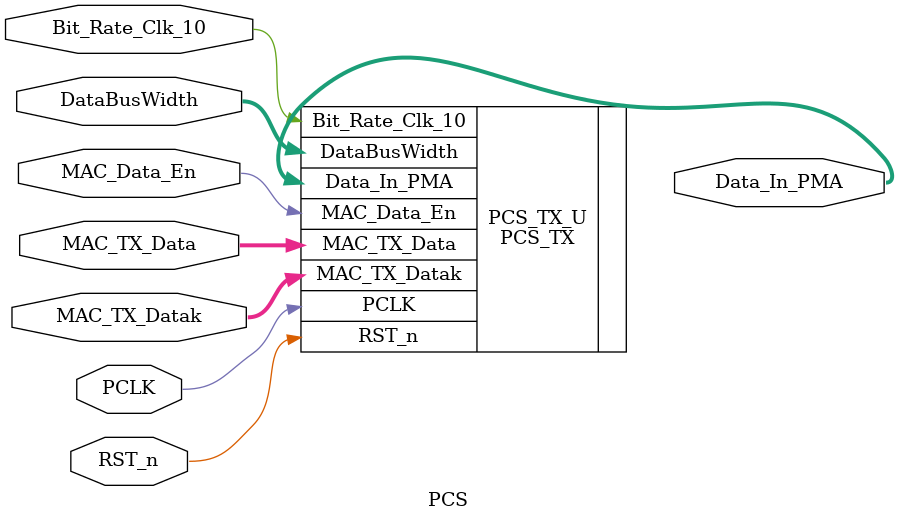
<source format=v>
module PCS
(
 ///////// CLOCKS   /////////////	
 input                PCLK                      ,
 input                RST_n                     ,
 input                Bit_Rate_Clk_10           ,
 input   [5  : 0 ]    DataBusWidth              ,
 ///////// DATA     ////////////
 input   [31 : 0 ]    MAC_TX_Data               ,
 input   [3  : 0 ]    MAC_TX_Datak              ,
 input                MAC_Data_En               ,         
 // input                Loopback_Path          ,
 // ///////// CONTROL  //////////               
 // input                TxElecIdle             ,
 // input                TxDetectRx_Loopback    ,
 // input                Tx_Compilance          ,
 ////////  OUTPUTS  //////////
 output  [9  : 0 ]    Data_In_PMA     
);



PCS_TX   PCS_TX_U
(

 .PCLK                 (PCLK)                    , 
 .RST_n                (RST_n)                   ,
 .Bit_Rate_Clk_10      (Bit_Rate_Clk_10)         ,
 .DataBusWidth         (DataBusWidth)            ,
 .MAC_TX_Data          (MAC_TX_Data)             ,
 .MAC_TX_Datak         (MAC_TX_Datak)            ,
 .MAC_Data_En          (MAC_Data_En)             ,            
 // .Loopback_Path        (Loopback_Path)           , 
 // .TxElecIdle           (TxElecIdle)              ,
 // .TxDetectRx_Loopback  (TxDetectRx_Loopback)     ,
 // .Tx_Compilance        (Tx_Compilance)           ,
 .Data_In_PMA          (Data_In_PMA)   

 );


endmodule
</source>
